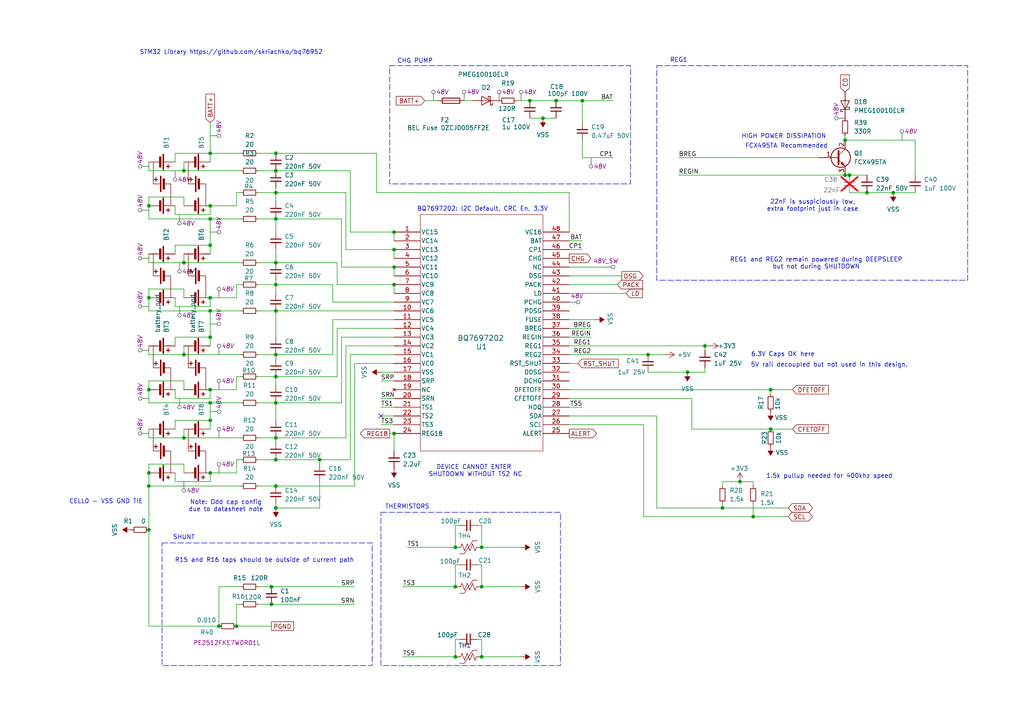
<source format=kicad_sch>
(kicad_sch (version 20231120) (generator "eeschema") (generator_version "8.0")
  (paper "A4")
  (title_block (title "Faraday Rescue BMS") (date "2025-01-18") (rev "2.0"))
  (junction (at 132.08 158.75))
  (junction (at 223.52 113.03))
  (junction (at 114.3 67.31))
  (junction (at 60.96 137.16))
  (junction (at 68.58 181.61))
  (junction (at 80.01 55.88))
  (junction (at 53.34 102.87))
  (junction (at 168.91 29.21))
  (junction (at 60.96 86.36))
  (junction (at 60.96 71.12))
  (junction (at 153.67 29.21))
  (junction (at 139.7 158.75))
  (junction (at 114.3 125.73))
  (junction (at 218.44 149.86))
  (junction (at 80.01 140.97))
  (junction (at 60.96 44.45))
  (junction (at 80.01 63.5))
  (junction (at 204.47 100.33))
  (junction (at 78.74 170.18))
  (junction (at 53.34 127))
  (junction (at 43.18 137.16))
  (junction (at 157.48 34.29))
  (junction (at 60.96 116.84))
  (junction (at 80.01 109.22))
  (junction (at 132.08 190.5))
  (junction (at 80.01 102.87))
  (junction (at 80.01 49.53))
  (junction (at 60.96 97.79))
  (junction (at 139.7 190.5))
  (junction (at 80.01 76.2))
  (junction (at 80.01 133.35))
  (junction (at 80.01 127))
  (junction (at 60.96 63.5))
  (junction (at 187.96 102.87))
  (junction (at 132.08 170.18))
  (junction (at 245.11 40.64))
  (junction (at 251.46 55.88))
  (junction (at 60.96 113.03))
  (junction (at 78.74 175.26))
  (junction (at 60.96 90.17))
  (junction (at 80.01 44.45))
  (junction (at 199.39 107.95))
  (junction (at 43.18 153.67))
  (junction (at 80.01 116.84))
  (junction (at 114.3 72.39))
  (junction (at 60.96 121.92))
  (junction (at 60.96 59.69))
  (junction (at 161.29 29.21))
  (junction (at 80.01 82.55))
  (junction (at 114.3 77.47))
  (junction (at 63.5 181.61))
  (junction (at 259.08 55.88))
  (junction (at 53.34 76.2))
  (junction (at 92.71 133.35))
  (junction (at 43.18 59.69))
  (junction (at 139.7 170.18))
  (junction (at 223.52 124.46))
  (junction (at 245.11 50.8))
  (junction (at 43.18 140.97))
  (junction (at 80.01 90.17))
  (junction (at 80.01 147.32))
  (junction (at 246.38 50.8))
  (junction (at 43.18 86.36))
  (junction (at 214.63 139.7))
  (junction (at 43.18 113.03))
  (junction (at 209.55 147.32))
  (junction (at 114.3 82.55))
  (junction (at 53.34 49.53))
  (no_connect (at 110.49 120.65))
  (wire (pts (xy 100.33 72.39) (xy 114.3 72.39)))
  (wire (pts (xy 43.18 113.03) (xy 43.18 116.84)))
  (wire (pts (xy 53.34 134.62) (xy 43.18 134.62)))
  (wire (pts (xy 110.49 123.19) (xy 114.3 123.19)))
  (wire (pts (xy 165.1 97.79) (xy 171.45 97.79)))
  (wire (pts (xy 179.07 82.55) (xy 165.1 82.55)))
  (wire (pts (xy 114.3 120.65) (xy 110.49 120.65)))
  (wire (pts (xy 53.34 124.46) (xy 53.34 127)))
  (wire (pts (xy 80.01 109.22) (xy 97.79 109.22)))
  (wire (pts (xy 80.01 127) (xy 80.01 128.27)))
  (wire (pts (xy 246.38 50.8) (xy 251.46 50.8)))
  (wire (pts (xy 43.18 100.33) (xy 43.18 102.87)))
  (wire (pts (xy 97.79 82.55) (xy 114.3 82.55)))
  (wire (pts (xy 80.01 116.84) (xy 74.93 116.84)))
  (wire (pts (xy 53.34 83.82) (xy 43.18 83.82)))
  (wire (pts (xy 245.11 40.64) (xy 265.43 40.64)))
  (wire (pts (xy 96.52 102.87) (xy 80.01 102.87)))
  (wire (pts (xy 80.01 63.5) (xy 80.01 67.31)))
  (wire (pts (xy 43.18 57.15) (xy 43.18 59.69)))
  (wire (pts (xy 139.7 170.18) (xy 139.7 163.83)))
  (wire (pts (xy 101.6 49.53) (xy 80.01 49.53)))
  (wire (pts (xy 204.47 100.33) (xy 204.47 101.6)))
  (wire (pts (xy 165.1 77.47) (xy 175.26 77.47)))
  (wire (pts (xy 214.63 139.7) (xy 218.44 139.7)))
  (wire (pts (xy 165.1 95.25) (xy 171.45 95.25)))
  (wire (pts (xy 133.35 185.42) (xy 132.08 185.42)))
  (wire (pts (xy 50.8 71.12) (xy 60.96 71.12)))
  (wire (pts (xy 265.43 40.64) (xy 265.43 50.8)))
  (wire (pts (xy 209.55 140.97) (xy 209.55 139.7)))
  (wire (pts (xy 218.44 149.86) (xy 228.6 149.86)))
  (wire (pts (xy 139.7 152.4) (xy 139.7 158.75)))
  (wire (pts (xy 50.8 113.03) (xy 50.8 115.57)))
  (wire (pts (xy 43.18 134.62) (xy 43.18 137.16)))
  (wire (pts (xy 101.6 67.31) (xy 114.3 67.31)))
  (wire (pts (xy 60.96 71.12) (xy 60.96 73.66)))
  (wire (pts (xy 43.18 86.36) (xy 43.18 90.17)))
  (wire (pts (xy 100.33 100.33) (xy 100.33 127)))
  (wire (pts (xy 99.06 97.79) (xy 99.06 116.84)))
  (wire (pts (xy 151.13 158.75) (xy 139.7 158.75)))
  (wire (pts (xy 80.01 49.53) (xy 74.93 49.53)))
  (wire (pts (xy 114.3 100.33) (xy 100.33 100.33)))
  (wire (pts (xy 110.49 118.11) (xy 114.3 118.11)))
  (wire (pts (xy 259.08 55.88) (xy 265.43 55.88)))
  (wire (pts (xy 74.93 170.18) (xy 78.74 170.18)))
  (wire (pts (xy 53.34 73.66) (xy 53.34 76.2)))
  (wire (pts (xy 223.52 113.03) (xy 229.87 113.03)))
  (wire (pts (xy 245.11 39.37) (xy 245.11 40.64)))
  (wire (pts (xy 74.93 175.26) (xy 78.74 175.26)))
  (wire (pts (xy 80.01 102.87) (xy 80.01 104.14)))
  (wire (pts (xy 50.8 86.36) (xy 50.8 88.9)))
  (wire (pts (xy 80.01 102.87) (xy 74.93 102.87)))
  (wire (pts (xy 80.01 90.17) (xy 80.01 97.79)))
  (wire (pts (xy 165.1 55.88) (xy 109.22 55.88)))
  (wire (pts (xy 246.38 55.88) (xy 251.46 55.88)))
  (wire (pts (xy 80.01 76.2) (xy 97.79 76.2)))
  (wire (pts (xy 43.18 59.69) (xy 43.18 63.5)))
  (wire (pts (xy 80.01 44.45) (xy 109.22 44.45)))
  (wire (pts (xy 53.34 127) (xy 69.85 127)))
  (wire (pts (xy 196.85 50.8) (xy 245.11 50.8)))
  (wire (pts (xy 132.08 163.83) (xy 132.08 170.18)))
  (wire (pts (xy 209.55 146.05) (xy 209.55 147.32)))
  (wire (pts (xy 50.8 121.92) (xy 60.96 121.92)))
  (wire (pts (xy 43.18 137.16) (xy 43.18 140.97)))
  (wire (pts (xy 114.3 97.79) (xy 99.06 97.79)))
  (wire (pts (xy 92.71 139.7) (xy 92.71 147.32)))
  (wire (pts (xy 200.66 115.57) (xy 165.1 115.57)))
  (wire (pts (xy 96.52 87.63) (xy 96.52 82.55)))
  (wire (pts (xy 251.46 55.88) (xy 259.08 55.88)))
  (wire (pts (xy 53.34 49.53) (xy 43.18 49.53)))
  (wire (pts (xy 218.44 146.05) (xy 218.44 149.86)))
  (wire (pts (xy 80.01 63.5) (xy 99.06 63.5)))
  (wire (pts (xy 96.52 82.55) (xy 80.01 82.55)))
  (wire (pts (xy 43.18 90.17) (xy 60.96 90.17)))
  (wire (pts (xy 68.58 82.55) (xy 69.85 82.55)))
  (wire (pts (xy 60.96 90.17) (xy 69.85 90.17)))
  (wire (pts (xy 168.91 45.72) (xy 177.8 45.72)))
  (wire (pts (xy 50.8 62.23) (xy 60.96 62.23)))
  (wire (pts (xy 68.58 181.61) (xy 78.74 181.61)))
  (wire (pts (xy 78.74 170.18) (xy 102.87 170.18)))
  (wire (pts (xy 168.91 29.21) (xy 177.8 29.21)))
  (wire (pts (xy 190.5 147.32) (xy 209.55 147.32)))
  (wire (pts (xy 200.66 124.46) (xy 223.52 124.46)))
  (wire (pts (xy 187.96 102.87) (xy 193.04 102.87)))
  (wire (pts (xy 196.85 45.72) (xy 237.49 45.72)))
  (wire (pts (xy 101.6 133.35) (xy 101.6 102.87)))
  (wire (pts (xy 165.1 100.33) (xy 204.47 100.33)))
  (wire (pts (xy 245.11 50.8) (xy 246.38 50.8)))
  (wire (pts (xy 68.58 109.22) (xy 68.58 113.03)))
  (wire (pts (xy 114.3 72.39) (xy 114.3 74.93)))
  (wire (pts (xy 80.01 82.55) (xy 80.01 85.09)))
  (wire (pts (xy 68.58 109.22) (xy 69.85 109.22)))
  (wire (pts (xy 60.96 116.84) (xy 69.85 116.84)))
  (wire (pts (xy 43.18 140.97) (xy 69.85 140.97)))
  (wire (pts (xy 60.96 90.17) (xy 60.96 97.79)))
  (wire (pts (xy 53.34 49.53) (xy 69.85 49.53)))
  (wire (pts (xy 180.34 80.01) (xy 165.1 80.01)))
  (wire (pts (xy 165.1 67.31) (xy 165.1 55.88)))
  (wire (pts (xy 53.34 102.87) (xy 43.18 102.87)))
  (wire (pts (xy 101.6 102.87) (xy 114.3 102.87)))
  (wire (pts (xy 53.34 76.2) (xy 69.85 76.2)))
  (wire (pts (xy 97.79 95.25) (xy 114.3 95.25)))
  (wire (pts (xy 114.3 87.63) (xy 96.52 87.63)))
  (wire (pts (xy 110.49 115.57) (xy 114.3 115.57)))
  (wire (pts (xy 74.93 63.5) (xy 80.01 63.5)))
  (wire (pts (xy 168.91 45.72) (xy 168.91 40.64)))
  (wire (pts (xy 50.8 124.46) (xy 50.8 121.92)))
  (wire (pts (xy 133.35 163.83) (xy 132.08 163.83)))
  (wire (pts (xy 43.18 153.67) (xy 43.18 181.61)))
  (wire (pts (xy 68.58 133.35) (xy 69.85 133.35)))
  (wire (pts (xy 100.33 72.39) (xy 100.33 55.88)))
  (wire (pts (xy 161.29 29.21) (xy 153.67 29.21)))
  (wire (pts (xy 100.33 55.88) (xy 80.01 55.88)))
  (wire (pts (xy 223.52 124.46) (xy 229.87 124.46)))
  (wire (pts (xy 60.96 44.45) (xy 69.85 44.45)))
  (wire (pts (xy 50.8 88.9) (xy 60.96 88.9)))
  (wire (pts (xy 92.71 147.32) (xy 80.01 147.32)))
  (wire (pts (xy 43.18 181.61) (xy 63.5 181.61)))
  (wire (pts (xy 78.74 175.26) (xy 102.87 175.26)))
  (wire (pts (xy 74.93 109.22) (xy 80.01 109.22)))
  (wire (pts (xy 80.01 140.97) (xy 74.93 140.97)))
  (wire (pts (xy 53.34 113.03) (xy 53.34 110.49)))
  (wire (pts (xy 99.06 77.47) (xy 99.06 63.5)))
  (wire (pts (xy 68.58 55.88) (xy 68.58 59.69)))
  (wire (pts (xy 92.71 133.35) (xy 101.6 133.35)))
  (wire (pts (xy 60.96 139.7) (xy 60.96 137.16)))
  (wire (pts (xy 80.01 44.45) (xy 74.93 44.45)))
  (wire (pts (xy 60.96 62.23) (xy 60.96 59.69)))
  (wire (pts (xy 53.34 57.15) (xy 43.18 57.15)))
  (wire (pts (xy 53.34 137.16) (xy 53.34 134.62)))
  (wire (pts (xy 43.18 124.46) (xy 43.18 127)))
  (wire (pts (xy 132.08 185.42) (xy 132.08 190.5)))
  (wire (pts (xy 114.3 125.73) (xy 114.3 130.81)))
  (wire (pts (xy 132.08 158.75) (xy 118.11 158.75)))
  (wire (pts (xy 68.58 113.03) (xy 60.96 113.03)))
  (wire (pts (xy 167.64 105.41) (xy 165.1 105.41)))
  (wire (pts (xy 97.79 82.55) (xy 97.79 76.2)))
  (wire (pts (xy 68.58 86.36) (xy 60.96 86.36)))
  (wire (pts (xy 100.33 127) (xy 80.01 127)))
  (wire (pts (xy 63.5 170.18) (xy 63.5 181.61)))
  (wire (pts (xy 74.93 90.17) (xy 80.01 90.17)))
  (wire (pts (xy 68.58 137.16) (xy 60.96 137.16)))
  (wire (pts (xy 187.96 107.95) (xy 199.39 107.95)))
  (wire (pts (xy 186.69 149.86) (xy 218.44 149.86)))
  (wire (pts (xy 60.96 116.84) (xy 60.96 121.92)))
  (wire (pts (xy 190.5 120.65) (xy 165.1 120.65)))
  (wire (pts (xy 186.69 149.86) (xy 186.69 123.19)))
  (wire (pts (xy 50.8 73.66) (xy 50.8 71.12)))
  (wire (pts (xy 168.91 118.11) (xy 165.1 118.11)))
  (wire (pts (xy 132.08 158.75) (xy 132.08 152.4)))
  (wire (pts (xy 223.52 113.03) (xy 223.52 114.3)))
  (wire (pts (xy 110.49 110.49) (xy 114.3 110.49)))
  (wire (pts (xy 68.58 175.26) (xy 68.58 181.61)))
  (wire (pts (xy 165.1 102.87) (xy 187.96 102.87)))
  (wire (pts (xy 80.01 127) (xy 74.93 127)))
  (wire (pts (xy 114.3 105.41) (xy 102.87 105.41)))
  (wire (pts (xy 204.47 107.95) (xy 204.47 106.68)))
  (wire (pts (xy 50.8 139.7) (xy 60.96 139.7)))
  (wire (pts (xy 80.01 72.39) (xy 80.01 76.2)))
  (wire (pts (xy 50.8 97.79) (xy 60.96 97.79)))
  (wire (pts (xy 114.3 82.55) (xy 114.3 85.09)))
  (wire (pts (xy 139.7 190.5) (xy 139.7 185.42)))
  (wire (pts (xy 114.3 92.71) (xy 96.52 92.71)))
  (wire (pts (xy 168.91 29.21) (xy 161.29 29.21)))
  (wire (pts (xy 80.01 82.55) (xy 74.93 82.55)))
  (wire (pts (xy 80.01 54.61) (xy 80.01 55.88)))
  (wire (pts (xy 50.8 59.69) (xy 50.8 62.23)))
  (wire (pts (xy 50.8 44.45) (xy 60.96 44.45)))
  (wire (pts (xy 53.34 127) (xy 43.18 127)))
  (wire (pts (xy 74.93 133.35) (xy 80.01 133.35)))
  (wire (pts (xy 139.7 190.5) (xy 151.13 190.5)))
  (wire (pts (xy 209.55 139.7) (xy 214.63 139.7)))
  (wire (pts (xy 134.62 29.21) (xy 137.16 29.21)))
  (wire (pts (xy 80.01 55.88) (xy 74.93 55.88)))
  (wire (pts (xy 190.5 147.32) (xy 190.5 120.65)))
  (wire (pts (xy 132.08 152.4) (xy 133.35 152.4)))
  (wire (pts (xy 172.72 92.71) (xy 165.1 92.71)))
  (wire (pts (xy 68.58 82.55) (xy 68.58 86.36)))
  (wire (pts (xy 80.01 147.32) (xy 80.01 146.05)))
  (wire (pts (xy 60.96 97.79) (xy 60.96 100.33)))
  (wire (pts (xy 60.96 44.45) (xy 60.96 46.99)))
  (wire (pts (xy 165.1 113.03) (xy 223.52 113.03)))
  (wire (pts (xy 149.86 29.21) (xy 153.67 29.21)))
  (wire (pts (xy 97.79 109.22) (xy 97.79 95.25)))
  (wire (pts (xy 209.55 147.32) (xy 228.6 147.32)))
  (wire (pts (xy 60.96 35.56) (xy 60.96 44.45)))
  (wire (pts (xy 60.96 121.92) (xy 60.96 124.46)))
  (wire (pts (xy 139.7 163.83) (xy 138.43 163.83)))
  (wire (pts (xy 123.19 29.21) (xy 127 29.21)))
  (wire (pts (xy 114.3 77.47) (xy 114.3 80.01)))
  (wire (pts (xy 80.01 81.28) (xy 80.01 82.55)))
  (wire (pts (xy 109.22 55.88) (xy 109.22 44.45)))
  (wire (pts (xy 53.34 110.49) (xy 43.18 110.49)))
  (wire (pts (xy 151.13 170.18) (xy 139.7 170.18)))
  (wire (pts (xy 200.66 124.46) (xy 200.66 115.57)))
  (wire (pts (xy 80.01 116.84) (xy 80.01 121.92)))
  (wire (pts (xy 157.48 34.29) (xy 153.67 34.29)))
  (wire (pts (xy 53.34 46.99) (xy 53.34 49.53)))
  (wire (pts (xy 132.08 170.18) (xy 116.84 170.18)))
  (wire (pts (xy 218.44 139.7) (xy 218.44 140.97)))
  (wire (pts (xy 99.06 116.84) (xy 80.01 116.84)))
  (wire (pts (xy 138.43 152.4) (xy 139.7 152.4)))
  (wire (pts (xy 43.18 63.5) (xy 60.96 63.5)))
  (wire (pts (xy 43.18 83.82) (xy 43.18 86.36)))
  (wire (pts (xy 50.8 137.16) (xy 50.8 139.7)))
  (wire (pts (xy 139.7 185.42) (xy 138.43 185.42)))
  (wire (pts (xy 53.34 86.36) (xy 53.34 83.82)))
  (wire (pts (xy 102.87 105.41) (xy 102.87 140.97)))
  (wire (pts (xy 63.5 170.18) (xy 69.85 170.18)))
  (wire (pts (xy 50.8 115.57) (xy 60.96 115.57)))
  (wire (pts (xy 116.84 190.5) (xy 132.08 190.5)))
  (wire (pts (xy 99.06 77.47) (xy 114.3 77.47)))
  (wire (pts (xy 96.52 92.71) (xy 96.52 102.87)))
  (wire (pts (xy 68.58 55.88) (xy 69.85 55.88)))
  (wire (pts (xy 69.85 175.26) (xy 68.58 175.26)))
  (wire (pts (xy 157.48 34.29) (xy 161.29 34.29)))
  (wire (pts (xy 168.91 72.39) (xy 165.1 72.39)))
  (wire (pts (xy 68.58 59.69) (xy 60.96 59.69)))
  (wire (pts (xy 50.8 46.99) (xy 50.8 44.45)))
  (wire (pts (xy 181.61 85.09) (xy 165.1 85.09)))
  (wire (pts (xy 68.58 133.35) (xy 68.58 137.16)))
  (wire (pts (xy 80.01 55.88) (xy 80.01 58.42)))
  (wire (pts (xy 53.34 59.69) (xy 53.34 57.15)))
  (wire (pts (xy 43.18 46.99) (xy 43.18 49.53)))
  (wire (pts (xy 60.96 115.57) (xy 60.96 113.03)))
  (wire (pts (xy 53.34 102.87) (xy 69.85 102.87)))
  (wire (pts (xy 74.93 76.2) (xy 80.01 76.2)))
  (wire (pts (xy 80.01 109.22) (xy 80.01 111.76)))
  (wire (pts (xy 80.01 90.17) (xy 114.3 90.17)))
  (wire (pts (xy 101.6 49.53) (xy 101.6 67.31)))
  (wire (pts (xy 43.18 110.49) (xy 43.18 113.03)))
  (wire (pts (xy 102.87 140.97) (xy 80.01 140.97)))
  (wire (pts (xy 80.01 133.35) (xy 92.71 133.35)))
  (wire (pts (xy 43.18 116.84) (xy 60.96 116.84)))
  (wire (pts (xy 114.3 67.31) (xy 114.3 69.85)))
  (wire (pts (xy 43.18 73.66) (xy 43.18 76.2)))
  (wire (pts (xy 53.34 76.2) (xy 43.18 76.2)))
  (wire (pts (xy 113.03 125.73) (xy 114.3 125.73)))
  (wire (pts (xy 204.47 107.95) (xy 199.39 107.95)))
  (wire (pts (xy 205.74 100.33) (xy 204.47 100.33)))
  (wire (pts (xy 92.71 133.35) (xy 92.71 134.62)))
  (wire (pts (xy 168.91 29.21) (xy 168.91 35.56)))
  (wire (pts (xy 186.69 123.19) (xy 165.1 123.19)))
  (wire (pts (xy 60.96 63.5) (xy 60.96 71.12)))
  (wire (pts (xy 43.18 140.97) (xy 43.18 153.67)))
  (wire (pts (xy 60.96 63.5) (xy 69.85 63.5)))
  (wire (pts (xy 168.91 69.85) (xy 165.1 69.85)))
  (wire (pts (xy 110.49 107.95) (xy 114.3 107.95)))
  (wire (pts (xy 50.8 100.33) (xy 50.8 97.79)))
  (wire (pts (xy 53.34 100.33) (xy 53.34 102.87)))
  (wire (pts (xy 60.96 88.9) (xy 60.96 86.36)))
  (rectangle (start 113.03 19.05) (end 182.88 53.34) (stroke (width 0) (type dash)))
  (rectangle (start 46.99 157.48) (end 107.95 193.04) (stroke (width 0) (type dash)))
  (rectangle (start 110.49 148.59) (end 162.56 193.04) (stroke (width 0) (type dash)))
  (rectangle (start 190.5 19.05) (end 280.67 81.28) (stroke (width 0) (type dash)))
  (text "BQ7697202: I2C Default, CRC En, 3.3V" (at 139.954 60.706 0) (effects (font (size 1.27 1.27))))
  (text "CELL0 - VSS GND TIE\n" (at 30.734 145.542 0) (effects (font (size 1.27 1.27))))
  (text "STM32 Library https://github.com/skriachko/bq76952" (at 67.056 15.24 0) (effects (font (size 1.27 1.27))))
  (text "REG1" (at 196.85 17.526 0) (effects (font (size 1.27 1.27))))
  (text "CHG PUMP\n" (at 120.396 17.78 0) (effects (font (size 1.27 1.27))))
  (text "5V rail decoupled but not used in this design." (at 240.538 105.918 0) (effects (font (size 1.27 1.27))))
  (text "R15 and R16 taps should be outside of current path" (at 76.708 162.56 0) (effects (font (size 1.27 1.27))))
  (text "Note: Odd cap config\ndue to datasheet note\n" (at 65.532 146.812 0) (effects (font (size 1.27 1.27))))
  (text "22nF is suspiciously low,\nextra footprint just in case" (at 235.712 59.69 0) (effects (font (size 1.27 1.27))))
  (text "REG1 and REG2 remain powered during DEEPSLEEP\nbut not during SHUTDOWN\n" (at 236.728 76.454 0) (effects (font (size 1.27 1.27))))
  (text "THERMISTORS" (at 118.11 147.066 0) (effects (font (size 1.27 1.27))))
  (text "SHUNT\n" (at 53.34 155.956 0) (effects (font (size 1.27 1.27))))
  (text "DEVICE CANNOT ENTER \nSHUTDOWN WITHOUT TS2 NC" (at 137.922 136.652 0) (effects (font (size 1.27 1.27))))
  (text "6.3V Caps OK here\n" (at 227.076 102.87 0) (effects (font (size 1.27 1.27))))
  (text "1.5k pullup needed for 400khz speed" (at 240.538 138.176 0) (effects (font (size 1.27 1.27))))
  (text "FCX495TA Recommended" (at 228.092 42.418 0) (effects (font (size 1.27 1.27))))
  (text "HIGH POWER DISSIPATION" (at 227.33 39.624 0) (effects (font (size 1.27 1.27))))
  (label "CP1" (at 168.91 72.39 180))
  (label "BAT" (at 168.91 69.85 180))
  (label "BAT" (at 177.8 29.21 180))
  (label "BREG" (at 171.45 95.25 180))
  (label "SRN" (at 110.49 115.57 0))
  (label "TS5" (at 168.91 118.11 180))
  (label "TS1" (at 118.11 158.75 0))
  (label "TS1" (at 110.49 118.11 0))
  (label "SRN" (at 102.87 175.26 180))
  (label "REG1" (at 171.45 100.33 180))
  (label "SRP" (at 102.87 170.18 180))
  (label "REG2" (at 171.45 102.87 180))
  (label "REGIN" (at 196.85 50.8 0))
  (label "SRP" (at 110.49 110.49 0))
  (label "TS5" (at 116.84 190.5 0))
  (label "TS3" (at 116.84 170.18 0))
  (label "BREG" (at 196.85 45.72 0))
  (label "TS3" (at 110.49 123.19 0))
  (label "REGIN" (at 171.45 97.79 180))
  (label "CP1" (at 177.8 45.72 180))
  (global_label "BATT+" (shape input) (at 60.96 35.56 90) (property "Intersheetrefs" "${INTERSHEET_REFS}" (effects (hide yes))))
  (global_label "DSG" (shape output) (at 180.34 80.01 0) (property "Intersheetrefs" "${INTERSHEET_REFS}" (effects (hide yes))))
  (global_label "CFETOFF" (shape input) (at 229.87 124.46 0) (property "Intersheetrefs" "${INTERSHEET_REFS}" (effects (hide yes))))
  (global_label "CHG" (shape output) (at 165.1 74.93 0) (property "Intersheetrefs" "${INTERSHEET_REFS}" (effects (hide yes))))
  (global_label "REG18" (shape output) (at 113.03 125.73 180) (property "Intersheetrefs" "${INTERSHEET_REFS}" (effects (hide yes))))
  (global_label "RST_SHUT" (shape input) (at 167.64 105.41 0) (property "Intersheetrefs" "${INTERSHEET_REFS}" (effects (hide yes))))
  (global_label "ALERT" (shape output) (at 165.1 125.73 0) (property "Intersheetrefs" "${INTERSHEET_REFS}" (effects (hide yes))))
  (global_label "BATT+" (shape input) (at 123.19 29.21 180) (property "Intersheetrefs" "${INTERSHEET_REFS}" (effects (hide yes))))
  (global_label "PACK" (shape input) (at 179.07 82.55 0) (property "Intersheetrefs" "${INTERSHEET_REFS}" (effects (hide yes))))
  (global_label "DFETOFF" (shape input) (at 229.87 113.03 0) (property "Intersheetrefs" "${INTERSHEET_REFS}" (effects (hide yes))))
  (global_label "SDA" (shape bidirectional) (at 228.6 147.32 0) (property "Intersheetrefs" "${INTERSHEET_REFS}" (effects (hide yes))))
  (global_label "LD" (shape input) (at 181.61 85.09 0) (property "Intersheetrefs" "${INTERSHEET_REFS}" (effects (hide yes))))
  (global_label "SCL" (shape bidirectional) (at 228.6 149.86 0) (property "Intersheetrefs" "${INTERSHEET_REFS}" (effects (hide yes))))
  (global_label "CD" (shape input) (at 245.11 26.67 90) (property "Intersheetrefs" "${INTERSHEET_REFS}" (effects (hide yes))))
  (global_label "PGND" (shape passive) (at 78.74 181.61 0) (property "Intersheetrefs" "${INTERSHEET_REFS}" (effects (hide yes))))
  (netclass_flag "" (length 2.54) (shape round) (at 261.62 40.64 0) (property "Netclass" "48V" (at 262.3185 38.1 0) (effects (font (italic yes)) (justify left))))
  (netclass_flag "" (length 2.54) (shape round) (at 63.5 102.87 0) (property "Netclass" "48V" (at 64.1985 100.33 0) (effects (font (italic yes)) (justify left))))
  (netclass_flag "" (length 2.54) (shape round) (at 245.11 34.29 90) (property "Netclass" "48V" (at 242.57 33.5915 90) (effects (font (italic yes)) (justify left))))
  (netclass_flag "" (length 2.54) (shape round) (at 43.18 88.9 90) (property "Netclass" "48V" (at 40.64 88.2015 90) (effects (font (italic yes)) (justify left))))
  (netclass_flag "" (length 2.54) (shape round) (at 43.18 115.57 90) (property "Netclass" "48V" (at 40.64 114.8715 90) (effects (font (italic yes)) (justify left))))
  (netclass_flag "" (length 2.54) (shape round) (at 60.96 119.38 270) (property "Netclass" "48V" (at 63.5 118.6815 90) (effects (font (italic yes)) (justify left))))
  (netclass_flag "" (length 2.54) (shape round) (at 63.5 86.36 0) (property "Netclass" "48V" (at 64.1985 83.82 0) (effects (font (italic yes)) (justify left))))
  (netclass_flag "" (length 2.54) (shape round) (at 53.34 139.7 180) (property "Netclass" "48V" (at 54.0385 142.24 0) (effects (font (italic yes)) (justify left))))
  (netclass_flag "" (length 2.54) (shape round) (at 43.18 60.96 90) (property "Netclass" "48V" (at 40.64 60.2615 90) (effects (font (italic yes)) (justify left))))
  (netclass_flag "" (length 2.54) (shape round) (at 52.07 76.2 180) (property "Netclass" "48V" (at 52.7685 78.74 0) (effects (font (italic yes)) (justify left))))
  (netclass_flag "" (length 2.54) (shape round) (at 52.07 88.9 180) (property "Netclass" "48V" (at 52.7685 91.44 0) (effects (font (italic yes)) (justify left))))
  (netclass_flag "" (length 2.54) (shape round) (at 52.07 62.23 180) (property "Netclass" "48V" (at 52.7685 64.77 0) (effects (font (italic yes)) (justify left))))
  (netclass_flag "" (length 2.54) (shape round) (at 60.96 67.31 270) (property "Netclass" "48V" (at 63.5 66.6115 90) (effects (font (italic yes)) (justify left))))
  (netclass_flag "" (length 2.54) (shape round) (at 60.96 93.98 270) (property "Netclass" "48V" (at 63.5 93.2815 90) (effects (font (italic yes)) (justify left))))
  (netclass_flag "" (length 2.54) (shape round) (at 43.18 101.6 90) (property "Netclass" "48V" (at 40.64 100.9015 90) (effects (font (italic yes)) (justify left))))
  (netclass_flag "" (length 2.54) (shape round) (at 43.18 74.93 90) (property "Netclass" "48V" (at 40.64 74.2315 90) (effects (font (italic yes)) (justify left))))
  (netclass_flag "" (length 2.54) (shape round) (at 50.8 49.53 180) (property "Netclass" "48V" (at 51.4985 52.07 0) (effects (font (italic yes)) (justify left))))
  (netclass_flag "" (length 2.54) (shape round) (at 52.07 115.57 180) (property "Netclass" "48V" (at 52.7685 118.11 0) (effects (font (italic yes)) (justify left))))
  (netclass_flag "" (length 2.54) (shape round) (at 134.62 29.21 0) (property "Netclass" "48V" (at 135.3185 26.67 0) (effects (font (italic yes)) (justify left))))
  (netclass_flag "" (length 2.54) (shape round) (at 171.45 45.72 180) (property "Netclass" "48V" (at 172.1485 48.26 0) (effects (font (italic yes)) (justify left))))
  (netclass_flag "" (length 2.54) (shape round) (at 63.5 137.16 0) (property "Netclass" "48V" (at 64.1985 134.62 0) (effects (font (italic yes)) (justify left))))
  (netclass_flag "" (length 2.54) (shape round) (at 43.18 125.73 90) (property "Netclass" "48V" (at 40.64 125.0315 90) (effects (font (italic yes)) (justify left))))
  (netclass_flag "" (length 2.54) (shape round) (at 63.5 127 0) (property "Netclass" "48V" (at 64.1985 124.46 0) (effects (font (italic yes)) (justify left))))
  (netclass_flag "" (length 2.54) (shape round) (at 60.96 39.37 270) (property "Netclass" "48V" (at 63.5 38.6715 90) (effects (font (italic yes)) (justify left))))
  (netclass_flag "" (length 2.54) (shape round) (at 63.5 113.03 0) (property "Netclass" "48V" (at 64.1985 110.49 0) (effects (font (italic yes)) (justify left))))
  (netclass_flag "" (length 2.54) (shape round) (at 165.1 87.63 270) (property "Netclass" "48V" (at 169.164 85.852 0) (effects (font (italic yes)) (justify right))))
  (netclass_flag "" (length 2.54) (shape round) (at 43.18 48.26 90) (property "Netclass" "48V" (at 40.64 47.5615 90) (effects (font (italic yes)) (justify left))))
  (netclass_flag "" (length 2.54) (shape round) (at 125.73 29.21 0) (property "Netclass" "48V" (at 126.4285 26.67 0) (effects (font (italic yes)) (justify left))))
  (netclass_flag "" (length 2.54) (shape round) (at 151.13 29.21 0) (property "Netclass" "48V" (at 151.8285 26.67 0) (effects (font (italic yes)) (justify left))))
  (netclass_flag "" (length 2.54) (shape round) (at 175.26 77.47 270) (property "Netclass" "48V_SW" (at 179.324 75.692 0) (effects (font (italic yes)) (justify right))))
  (netclass_flag "" (length 2.54) (shape round) (at 144.78 29.21 0) (property "Netclass" "48V" (at 145.4785 26.67 0) (effects (font (italic yes)) (justify left))))
  (symbol (lib_id "custom:R_Small") (at 72.39 102.87 90) (unit 1)
    (property "Reference" "R9" (at 72.39 97.79 90))
    (property "Value" "20" (at 72.39 100.33 90))
    (property "Footprint" "Resistor_SMD:R_1206_3216Metric" (effects (hide yes)))
    (property "Description" "Resistor, small symbol" (effects (hide yes)))
    (property "Part Number" "ESR18EZPF20R0" (effects (hide yes)))
  )
  (symbol (lib_id "Diode:PMEG10010ELR") (at 140.97 29.21 180) (unit 1)
    (property "Reference" "D2" (at 140.97 25.4 0))
    (property "Value" "PMEG10010ELR" (at 140.208 21.59 0))
    (property "Footprint" "Diode_SMD:Nexperia_CFP3_SOD-123W" (effects (hide yes)))
    (property "Datasheet" "https://assets.nexperia.com/documents/data-sheet/PMEG10010ELR.pdf" (effects (hide yes)))
    (property "Description" "100V, 1A low leakage current MEGA Schottky barrier rectifier, SOD-123W" (effects (hide yes)))
    (property "Part Number" "PMEG10010ELR-QX" (effects (hide yes)))
  )
  (symbol (lib_id "custom:R_Small") (at 72.39 82.55 90) (unit 1)
    (property "Reference" "R7" (at 72.136 80.772 90))
    (property "Value" "20" (at 72.39 78.74 90))
    (property "Footprint" "Resistor_SMD:R_1206_3216Metric" (effects (hide yes)))
    (property "Description" "Resistor, small symbol" (effects (hide yes)))
    (property "Part Number" "ESR18EZPF20R0" (effects (hide yes)))
  )
  (symbol (lib_id "2024-10-07_05-01-50:BQ76972PFBR") (at 114.3 67.31 0) (unit 1)
    (property "Reference" "U1" (at 139.7 100.584 0) (effects (font (size 1.524 1.524))))
    (property "Value" "BQ7697202" (at 139.446 98.044 0) (effects (font (size 1.524 1.524))))
    (property "Footprint" "pcb_battery:TQFP48_PFB_TEX" (effects (hide yes)))
    (property "Datasheet" "BQ76972PFBR" (effects (hide yes)))
    (property "Part Number" "BQ7697202PFBR" (effects (hide yes)))
  )
  (symbol (lib_id "custom:R_Small") (at 72.39 127 90) (unit 1)
    (property "Reference" "R12" (at 72.39 121.92 90))
    (property "Value" "20" (at 72.39 124.46 90))
    (property "Footprint" "Resistor_SMD:R_1206_3216Metric" (effects (hide yes)))
    (property "Description" "Resistor, small symbol" (effects (hide yes)))
    (property "Part Number" "ESR18EZPF20R0" (effects (hide yes)))
  )
  (symbol (lib_id "custom:C_Small") (at 135.89 152.4 270) (unit 1)
    (property "Reference" "C20" (at 140.716 151.13 90))
    (property "Value" "100pF" (at 130.81 151.13 90))
    (property "Footprint" "Capacitor_SMD:C_0402_1005Metric" (effects (hide yes)))
    (property "Description" "Unpolarized capacitor, small symbol" (effects (hide yes)))
    (property "Part Number" "CC0402KRX7R7BB104" (effects (hide yes)))
  )
  (symbol (lib_id "custom:R_Small") (at 72.39 44.45 90) (unit 1)
    (property "Reference" "R2" (at 72.39 39.37 90))
    (property "Value" "20" (at 72.39 41.91 90))
    (property "Footprint" "Resistor_SMD:R_1206_3216Metric" (effects (hide yes)))
    (property "Description" "Resistor, small symbol" (effects (hide yes)))
    (property "Part Number" "ESR18EZPF20R0" (effects (hide yes)))
  )
  (symbol (lib_id "power:VSS") (at 151.13 170.18 270) (unit 1)
    (property "Reference" "#PWR011" (effects (hide yes)))
    (property "Value" "VSS" (at 155.956 170.18 0))
    (property "Description" "Power symbol creates a global label with name \"VSS\"" (effects (hide yes)))
  )
  (symbol (lib_id "custom:C_Small") (at 80.01 60.96 0) (unit 1)
    (property "Reference" "C4" (at 82.55 59.6962 0) (effects (justify left)))
    (property "Value" "220nF 50V" (at 82.55 62.2362 0) (effects (justify left)))
    (property "Footprint" "Capacitor_SMD:C_0402_1005Metric" (effects (hide yes)))
    (property "Description" "Unpolarized capacitor, small symbol" (effects (hide yes)))
    (property "Part Number" "GRM155R61H224KE01W" (effects (hide yes)))
  )
  (symbol (lib_name "Battery_Cell_2") (lib_id "custom:Battery_Cell") (at 55.88 73.66 270) (unit 1)
    (property "Reference" "BT6" (at 58.4201 69.85 0) (effects (justify right)))
    (property "Value" "battery_pod" (effects (hide yes)))
    (property "Footprint" "pcb_battery:3S 18650 Group" (effects (hide yes)))
    (property "Description" "3S battery" (effects (hide yes)))
  )
  (symbol (lib_id "custom:R_Small") (at 223.52 127 180) (unit 1)
    (property "Reference" "R23" (at 221.742 127 90))
    (property "Value" "10k" (at 225.806 127 90))
    (property "Footprint" "Resistor_SMD:R_0402_1005Metric" (effects (hide yes)))
    (property "Description" "Resistor, small symbol" (effects (hide yes)))
    (property "Part Number" "RC0402JR-0710KL" (effects (hide yes)))
  )
  (symbol (lib_id "custom:R_Small") (at 223.52 116.84 180) (unit 1)
    (property "Reference" "R17" (at 220.726 116.84 90))
    (property "Value" "10k" (at 225.552 117.094 90))
    (property "Footprint" "Resistor_SMD:R_0402_1005Metric" (effects (hide yes)))
    (property "Description" "Resistor, small symbol" (effects (hide yes)))
    (property "Part Number" "RC0402JR-0710KL" (effects (hide yes)))
  )
  (symbol (lib_id "custom:C_Small") (at 251.46 53.34 180) (unit 1)
    (property "Reference" "C39" (at 254 52.0635 0) (effects (justify right)))
    (property "Value" "22nF 50V" (at 254 54.6035 0) (effects (justify right)))
    (property "Footprint" "Capacitor_SMD:C_0402_1005Metric" (effects (hide yes)))
    (property "Description" "Unpolarized capacitor, small symbol" (effects (hide yes)))
    (property "Part Number" "GRM155R71H223KA12D" (effects (hide yes)))
  )
  (symbol (lib_id "custom:C_Small") (at 80.01 69.85 0) (unit 1)
    (property "Reference" "C5" (at 82.55 68.5862 0) (effects (justify left)))
    (property "Value" "220nF 50V" (at 82.55 71.1262 0) (effects (justify left)))
    (property "Footprint" "Capacitor_SMD:C_0402_1005Metric" (effects (hide yes)))
    (property "Description" "Unpolarized capacitor, small symbol" (effects (hide yes)))
    (property "Part Number" "GRM155R61H224KE01W" (effects (hide yes)))
  )
  (symbol (lib_id "custom:R_Small") (at 66.04 181.61 90) (unit 1)
    (property "Reference" "R40" (at 61.976 183.388 90) (effects (justify left)))
    (property "Value" "0.010" (at 62.738 179.832 90) (effects (justify left)))
    (property "Footprint" "Resistor_SMD:R_2512_6332Metric" (effects (hide yes)))
    (property "Description" "Resistor, small symbol" (effects (hide yes)))
    (property "Part Number" "PE2512FKE7W0R01L" (at 65.786 186.436 90))
  )
  (symbol (lib_id "custom:C_Small") (at 168.91 38.1 180) (unit 1)
    (property "Reference" "C19" (at 171.45 36.8235 0) (effects (justify right)))
    (property "Value" "0.47uF 50V" (at 171.45 39.3635 0) (effects (justify right)))
    (property "Footprint" "Capacitor_SMD:C_0805_2012Metric" (effects (hide yes)))
    (property "Description" "Unpolarized capacitor, small symbol" (effects (hide yes)))
    (property "Part Number" "CC0805KKX7R0BB474" (effects (hide yes)))
  )
  (symbol (lib_id "custom:C_Small") (at 246.38 53.34 180) (unit 1) (dnp yes)
    (property "Reference" "C38" (at 239.014 52.07 0) (effects (justify right)))
    (property "Value" "22nF" (at 238.76 55.118 0) (effects (justify right)))
    (property "Footprint" "Capacitor_SMD:C_0402_1005Metric" (effects (hide yes)))
    (property "Description" "Unpolarized capacitor, small symbol" (effects (hide yes)))
    (property "Part Number" "GRM155R71H223KA12D" (effects (hide yes)))
  )
  (symbol (lib_id "power:VSS") (at 114.3 135.89 180) (unit 1)
    (property "Reference" "#PWR016" (effects (hide yes)))
    (property "Value" "VSS" (at 114.3 140.716 0))
    (property "Description" "Power symbol creates a global label with name \"VSS\"" (effects (hide yes)))
  )
  (symbol (lib_id "custom:R_Small") (at 72.39 55.88 90) (unit 1)
    (property "Reference" "R4" (at 72.136 54.102 90))
    (property "Value" "20" (at 72.39 52.324 90))
    (property "Footprint" "Resistor_SMD:R_1206_3216Metric" (effects (hide yes)))
    (property "Description" "Resistor, small symbol" (effects (hide yes)))
    (property "Part Number" "ESR18EZPF20R0" (effects (hide yes)))
  )
  (symbol (lib_name "Battery_Cell_2") (lib_id "custom:Battery_Cell") (at 45.72 46.99 270) (unit 1)
    (property "Reference" "BT1" (at 48.2601 43.18 0) (effects (justify right)))
    (property "Value" "battery_pod" (effects (hide yes)))
    (property "Footprint" "pcb_battery:3S 18650 Group" (effects (hide yes)))
    (property "Description" "3S battery" (effects (hide yes)))
  )
  (symbol (lib_id "custom:R_Small") (at 72.39 175.26 90) (unit 1)
    (property "Reference" "R16" (at 71.12 172.974 90) (effects (justify left)))
    (property "Value" "120R" (at 75.946 173.228 90) (effects (justify left)))
    (property "Footprint" "Resistor_SMD:R_0402_1005Metric" (effects (hide yes)))
    (property "Description" "Resistor, small symbol" (effects (hide yes)))
    (property "Part Number" "RC0402JR-07120RL" (effects (hide yes)))
  )
  (symbol (lib_id "power:VSS") (at 259.08 55.88 180) (unit 1)
    (property "Reference" "#PWR042" (effects (hide yes)))
    (property "Value" "VSS" (at 259.08 60.706 0))
    (property "Description" "Power symbol creates a global label with name \"VSS\"" (effects (hide yes)))
  )
  (symbol (lib_id "custom:R_Small") (at 72.39 90.17 90) (unit 1)
    (property "Reference" "R8" (at 72.39 85.09 90))
    (property "Value" "20" (at 72.39 87.63 90))
    (property "Footprint" "Resistor_SMD:R_1206_3216Metric" (effects (hide yes)))
    (property "Description" "Resistor, small symbol" (effects (hide yes)))
    (property "Part Number" "ESR18EZPF20R0" (effects (hide yes)))
  )
  (symbol (lib_id "custom:C_Small") (at 80.01 143.51 0) (unit 1)
    (property "Reference" "C14" (at 82.55 142.2462 0) (effects (justify left)))
    (property "Value" "220nF 50V" (at 82.55 144.7862 0) (effects (justify left)))
    (property "Footprint" "Capacitor_SMD:C_0402_1005Metric" (effects (hide yes)))
    (property "Description" "Unpolarized capacitor, small symbol" (effects (hide yes)))
    (property "Part Number" "GRM155R61H224KE01W" (effects (hide yes)))
  )
  (symbol (lib_id "custom:C_Small") (at 80.01 46.99 0) (unit 1)
    (property "Reference" "C2" (at 82.55 45.7262 0) (effects (justify left)))
    (property "Value" "220nF 50V" (at 82.55 48.2662 0) (effects (justify left)))
    (property "Footprint" "Capacitor_SMD:C_0402_1005Metric" (effects (hide yes)))
    (property "Description" "Unpolarized capacitor, small symbol" (effects (hide yes)))
    (property "Part Number" "GRM155R61H224KE01W" (effects (hide yes)))
  )
  (symbol (lib_id "custom:C_Small") (at 80.01 78.74 0) (unit 1)
    (property "Reference" "C6" (at 82.55 77.4762 0) (effects (justify left)))
    (property "Value" "220nF 50V" (at 82.55 80.0162 0) (effects (justify left)))
    (property "Footprint" "Capacitor_SMD:C_0402_1005Metric" (effects (hide yes)))
    (property "Description" "Unpolarized capacitor, small symbol" (effects (hide yes)))
    (property "Part Number" "GRM155R61H224KE01W" (effects (hide yes)))
  )
  (symbol (lib_id "power:VSS") (at 110.49 107.95 90) (unit 1)
    (property "Reference" "#PWR018" (effects (hide yes)))
    (property "Value" "VSS" (at 105.664 107.95 0))
    (property "Description" "Power symbol creates a global label with name \"VSS\"" (effects (hide yes)))
  )
  (symbol (lib_id "power:VSS") (at 38.1 153.67 90) (unit 1)
    (property "Reference" "#PWR041" (effects (hide yes)))
    (property "Value" "VSS" (at 33.274 153.67 0))
    (property "Description" "Power symbol creates a global label with name \"VSS\"" (effects (hide yes)))
  )
  (symbol (lib_id "power:VSS") (at 223.52 119.38 180) (unit 1)
    (property "Reference" "#PWR019" (effects (hide yes)))
    (property "Value" "VSS" (at 226.568 121.158 0))
    (property "Description" "Power symbol creates a global label with name \"VSS\"" (effects (hide yes)))
  )
  (symbol (lib_id "power:VSS") (at 151.13 158.75 270) (unit 1)
    (property "Reference" "#PWR010" (effects (hide yes)))
    (property "Value" "VSS" (at 155.956 158.75 0))
    (property "Description" "Power symbol creates a global label with name \"VSS\"" (effects (hide yes)))
  )
  (symbol (lib_id "custom:C_Small") (at 265.43 53.34 180) (unit 1)
    (property "Reference" "C40" (at 267.97 52.0635 0) (effects (justify right)))
    (property "Value" "1uF 100V" (at 267.97 54.6035 0) (effects (justify right)))
    (property "Footprint" "Capacitor_SMD:C_0805_2012Metric" (effects (hide yes)))
    (property "Description" "Unpolarized capacitor, small symbol" (effects (hide yes)))
    (property "Part Number" "CL21Y105KCYVPNE" (effects (hide yes)))
  )
  (symbol (lib_id "custom:R_Small") (at 72.39 63.5 90) (unit 1)
    (property "Reference" "R5" (at 72.39 58.42 90))
    (property "Value" "20" (at 72.39 60.96 90))
    (property "Footprint" "Resistor_SMD:R_1206_3216Metric" (effects (hide yes)))
    (property "Description" "Resistor, small symbol" (effects (hide yes)))
    (property "Part Number" "ESR18EZPF20R0" (effects (hide yes)))
  )
  (symbol (lib_id "custom:R_Small") (at 72.39 76.2 90) (unit 1)
    (property "Reference" "R6" (at 72.39 71.12 90))
    (property "Value" "20" (at 72.39 73.66 90))
    (property "Footprint" "Resistor_SMD:R_1206_3216Metric" (effects (hide yes)))
    (property "Description" "Resistor, small symbol" (effects (hide yes)))
    (property "Part Number" "ESR18EZPF20R0" (effects (hide yes)))
  )
  (symbol (lib_id "custom:C_Small") (at 80.01 87.63 0) (unit 1)
    (property "Reference" "C7" (at 82.55 86.3662 0) (effects (justify left)))
    (property "Value" "220nF 50V" (at 82.55 88.9062 0) (effects (justify left)))
    (property "Footprint" "Capacitor_SMD:C_0402_1005Metric" (effects (hide yes)))
    (property "Description" "Unpolarized capacitor, small symbol" (effects (hide yes)))
    (property "Part Number" "GRM155R61H224KE01W" (effects (hide yes)))
  )
  (symbol (lib_name "Battery_Cell_2") (lib_id "custom:Battery_Cell") (at 55.88 46.99 270) (unit 1)
    (property "Reference" "BT5" (at 58.4201 43.18 0) (effects (justify right)))
    (property "Value" "battery_pod" (effects (hide yes)))
    (property "Footprint" "pcb_battery:3S 18650 Group" (effects (hide yes)))
    (property "Description" "3S battery" (effects (hide yes)))
  )
  (symbol (lib_id "custom:C_Small") (at 204.47 104.14 180) (unit 1)
    (property "Reference" "C42" (at 207.01 102.8635 0) (effects (justify right)))
    (property "Value" "1uF 25V" (at 207.01 105.4035 0) (effects (justify right)))
    (property "Footprint" "Capacitor_SMD:C_0402_1005Metric" (effects (hide yes)))
    (property "Description" "Unpolarized capacitor, small symbol" (effects (hide yes)))
    (property "Part Number" "GRT155R61C105KE01D" (effects (hide yes)))
  )
  (symbol (lib_name "Battery_Cell_2") (lib_id "custom:Battery_Cell") (at 45.72 73.66 270) (unit 1)
    (property "Reference" "BT2" (at 48.2601 69.85 0) (effects (justify right)))
    (property "Value" "battery_pod" (effects (hide yes)))
    (property "Footprint" "pcb_battery:3S 18650 Group" (effects (hide yes)))
    (property "Description" "3S battery" (effects (hide yes)))
  )
  (symbol (lib_id "power:VSS") (at 199.39 107.95 180) (unit 1)
    (property "Reference" "#PWR045" (effects (hide yes)))
    (property "Value" "VSS" (at 199.39 112.776 0))
    (property "Description" "Power symbol creates a global label with name \"VSS\"" (effects (hide yes)))
  )
  (symbol (lib_id "custom:R_Small") (at 72.39 140.97 90) (unit 1)
    (property "Reference" "R14" (at 72.39 135.89 90))
    (property "Value" "20" (at 72.39 138.43 90))
    (property "Footprint" "Resistor_SMD:R_1206_3216Metric" (effects (hide yes)))
    (property "Description" "Resistor, small symbol" (effects (hide yes)))
    (property "Part Number" "ESR18EZPF20R0" (effects (hide yes)))
  )
  (symbol (lib_id "custom:R_Small") (at 72.39 170.18 270) (unit 1)
    (property "Reference" "R15" (at 67.564 167.64 90) (effects (justify left)))
    (property "Value" "120R" (at 72.644 167.64 90) (effects (justify left)))
    (property "Footprint" "Resistor_SMD:R_0402_1005Metric" (effects (hide yes)))
    (property "Description" "Resistor, small symbol" (effects (hide yes)))
    (property "Part Number" "RC0402JR-07120RL" (effects (hide yes)))
  )
  (symbol (lib_id "power:+3V3") (at 214.63 139.7 0) (unit 1)
    (property "Reference" "#PWR08" (effects (hide yes)))
    (property "Value" "+3V3" (at 214.376 135.89 0))
    (property "Description" "Power symbol creates a global label with name \"+3V3\"" (effects (hide yes)))
  )
  (symbol (lib_id "custom:R_Small") (at 72.39 133.35 90) (unit 1)
    (property "Reference" "R13" (at 72.136 131.572 90))
    (property "Value" "20" (at 72.39 129.54 90))
    (property "Footprint" "Resistor_SMD:R_1206_3216Metric" (effects (hide yes)))
    (property "Description" "Resistor, small symbol" (effects (hide yes)))
    (property "Part Number" "ESR18EZPF20R0" (effects (hide yes)))
  )
  (symbol (lib_id "custom:C_Small") (at 92.71 137.16 0) (unit 1)
    (property "Reference" "C16" (at 95.25 135.8962 0) (effects (justify left)))
    (property "Value" "220nF 50V" (at 95.25 138.4362 0) (effects (justify left)))
    (property "Footprint" "Capacitor_SMD:C_0402_1005Metric" (effects (hide yes)))
    (property "Description" "Unpolarized capacitor, small symbol" (effects (hide yes)))
    (property "Part Number" "GRM155R61H224KE01W" (effects (hide yes)))
  )
  (symbol (lib_id "power:VSS") (at 151.13 190.5 270) (unit 1)
    (property "Reference" "#PWR013" (effects (hide yes)))
    (property "Value" "VSS" (at 155.956 190.5 0))
    (property "Description" "Power symbol creates a global label with name \"VSS\"" (effects (hide yes)))
  )
  (symbol (lib_id "custom:C_Small") (at 153.67 31.75 180) (unit 1)
    (property "Reference" "C17" (at 145.542 34.798 0) (effects (justify right)))
    (property "Value" "1u 100V" (at 145.542 36.83 0) (effects (justify right)))
    (property "Footprint" "Capacitor_SMD:C_0805_2012Metric" (effects (hide yes)))
    (property "Description" "Unpolarized capacitor, small symbol" (effects (hide yes)))
    (property "Part Number" "CL21Y105KCYVPNE" (effects (hide yes)))
  )
  (symbol (lib_id "custom:C_Small") (at 78.74 172.72 180) (unit 1)
    (property "Reference" "C1" (at 81.28 171.4435 0) (effects (justify right)))
    (property "Value" "100nF" (at 81.28 173.9835 0) (effects (justify right)))
    (property "Footprint" "Capacitor_SMD:C_0402_1005Metric" (effects (hide yes)))
    (property "Description" "Unpolarized capacitor, small symbol" (effects (hide yes)))
    (property "Part Number" "CC0402KRX7R7BB104" (effects (hide yes)))
  )
  (symbol (lib_id "custom:C_Small") (at 80.01 124.46 0) (unit 1)
    (property "Reference" "C11" (at 82.55 123.1962 0) (effects (justify left)))
    (property "Value" "220nF 50V" (at 82.55 125.7362 0) (effects (justify left)))
    (property "Footprint" "Capacitor_SMD:C_0402_1005Metric" (effects (hide yes)))
    (property "Description" "Unpolarized capacitor, small symbol" (effects (hide yes)))
    (property "Part Number" "GRM155R61H224KE01W" (effects (hide yes)))
  )
  (symbol (lib_id "power:+5V") (at 193.04 102.87 270) (unit 1)
    (property "Reference" "#PWR043" (effects (hide yes)))
    (property "Value" "+5V" (at 196.342 102.87 90) (effects (justify left)))
    (property "Description" "Power symbol creates a global label with name \"+5V\"" (effects (hide yes)))
  )
  (symbol (lib_id "power:VSS") (at 157.48 34.29 180) (unit 1)
    (property "Reference" "#PWR05" (effects (hide yes)))
    (property "Value" "VSS" (at 157.48 39.116 0))
    (property "Description" "Power symbol creates a global label with name \"VSS\"" (effects (hide yes)))
  )
  (symbol (lib_id "custom:Fuse") (at 130.81 29.21 90) (unit 1)
    (property "Reference" "F2" (at 129.032 34.798 90))
    (property "Value" "BEL Fuse 0ZCJ0005FF2E" (at 130.048 37.084 90))
    (property "Footprint" "Fuse:Fuse_1206_3216Metric" (effects (hide yes)))
    (property "Description" "Fuse" (effects (hide yes)))
    (property "Part Number" "0ZCJ0005FF2E" (effects (hide yes)))
  )
  (symbol (lib_id "power:VSS") (at 80.01 147.32 180) (unit 1)
    (property "Reference" "#PWR03" (effects (hide yes)))
    (property "Value" "VSS" (at 80.01 152.146 0))
    (property "Description" "Power symbol creates a global label with name \"VSS\"" (effects (hide yes)))
  )
  (symbol (lib_id "custom:C_Small") (at 80.01 100.33 0) (unit 1)
    (property "Reference" "C8" (at 82.55 99.0662 0) (effects (justify left)))
    (property "Value" "220nF 50V" (at 82.55 101.6062 0) (effects (justify left)))
    (property "Footprint" "Capacitor_SMD:C_0402_1005Metric" (effects (hide yes)))
    (property "Description" "Unpolarized capacitor, small symbol" (effects (hide yes)))
    (property "Part Number" "GRM155R61H224KE01W" (effects (hide yes)))
  )
  (symbol (lib_id "Transistor_BJT:BCX56") (at 242.57 45.72 0) (unit 1)
    (property "Reference" "Q1" (at 247.65 44.4499 0) (effects (justify left)))
    (property "Value" "FCX495TA" (at 247.65 46.9899 0) (effects (justify left)))
    (property "Footprint" "Package_TO_SOT_SMD:SOT-89-3" (effects (hide yes)))
    (property "Datasheet" "https://www.nxp.com/docs/en/data-sheet/BCP56_BCX56_BC56PA.pdf" (effects (hide yes)))
    (property "Description" "1A Ic, 80V Vce, NPN Medium Power Transistor, SOT-89" (effects (hide yes)))
    (property "Part Number" "FCX495TA" (effects (hide yes)))
  )
  (symbol (lib_id "custom:C_Small") (at 80.01 52.07 0) (unit 1)
    (property "Reference" "C3" (at 82.55 50.8062 0) (effects (justify left)))
    (property "Value" "220nF 50V" (at 82.55 53.3462 0) (effects (justify left)))
    (property "Footprint" "Capacitor_SMD:C_0402_1005Metric" (effects (hide yes)))
    (property "Description" "Unpolarized capacitor, small symbol" (effects (hide yes)))
    (property "Part Number" "GRM155R61H224KE01W" (effects (hide yes)))
  )
  (symbol (lib_id "custom:R_Small") (at 218.44 143.51 180) (unit 1)
    (property "Reference" "R21" (at 220.472 143.256 0) (effects (justify right)))
    (property "Value" "1.5k" (at 220.472 145.796 0) (effects (justify right)))
    (property "Footprint" "Resistor_SMD:R_0402_1005Metric" (effects (hide yes)))
    (property "Description" "Resistor, small symbol" (effects (hide yes)))
    (property "Part Number" "RC0402JR-0710KL" (effects (hide yes)))
  )
  (symbol (lib_id "power:+3V3") (at 205.74 100.33 270) (unit 1)
    (property "Reference" "#PWR046" (effects (hide yes)))
    (property "Value" "+3V3" (at 210.82 100.33 90))
    (property "Description" "Power symbol creates a global label with name \"+3V3\"" (effects (hide yes)))
  )
  (symbol (lib_id "custom:C_Small") (at 80.01 106.68 0) (unit 1)
    (property "Reference" "C9" (at 82.55 105.4162 0) (effects (justify left)))
    (property "Value" "220nF 50V" (at 82.55 107.9562 0) (effects (justify left)))
    (property "Footprint" "Capacitor_SMD:C_0402_1005Metric" (effects (hide yes)))
    (property "Description" "Unpolarized capacitor, small symbol" (effects (hide yes)))
    (property "Part Number" "GRM155R61H224KE01W" (effects (hide yes)))
  )
  (symbol (lib_id "custom:R_Small") (at 147.32 29.21 90) (unit 1)
    (property "Reference" "R19" (at 147.32 24.13 90))
    (property "Value" "120R" (at 147.066 31.496 90))
    (property "Footprint" "Resistor_SMD:R_1206_3216Metric" (effects (hide yes)))
    (property "Description" "Resistor, small symbol" (effects (hide yes)))
    (property "Part Number" "RC0402JR-07120RL" (effects (hide yes)))
  )
  (symbol (lib_id "Diode:PMEG10010ELR") (at 245.11 30.48 90) (unit 1)
    (property "Reference" "D18" (at 247.65 29.5274 90) (effects (justify right)))
    (property "Value" "PMEG10010ELR" (at 247.65 32.0674 90) (effects (justify right)))
    (property "Footprint" "Diode_SMD:Nexperia_CFP3_SOD-123W" (effects (hide yes)))
    (property "Datasheet" "https://assets.nexperia.com/documents/data-sheet/PMEG10010ELR.pdf" (effects (hide yes)))
    (property "Description" "100V, 1A low leakage current MEGA Schottky barrier rectifier, SOD-123W" (effects (hide yes)))
    (property "Part Number" "PMEG10010ELR-QX" (effects (hide yes)))
  )
  (symbol (lib_id "custom:C_Small") (at 187.96 105.41 180) (unit 1)
    (property "Reference" "C41" (at 181.61 104.648 0) (effects (justify right)))
    (property "Value" "1uF 25V" (at 179.07 107.95 0) (effects (justify right)))
    (property "Footprint" "Capacitor_SMD:C_0402_1005Metric" (effects (hide yes)))
    (property "Description" "Unpolarized capacitor, small symbol" (effects (hide yes)))
    (property "Part Number" "GRT155R61C105KE01D" (effects (hide yes)))
  )
  (symbol (lib_id "custom:C_Small") (at 161.29 31.75 180) (unit 1)
    (property "Reference" "C18" (at 159.512 25.146 0) (effects (justify right)))
    (property "Value" "100pF 100V" (at 158.75 27.178 0) (effects (justify right)))
    (property "Footprint" "Capacitor_SMD:C_0805_2012Metric" (effects (hide yes)))
    (property "Description" "Unpolarized capacitor, small symbol" (effects (hide yes)))
    (property "Part Number" "CL21C101JC61PNC" (effects (hide yes)))
  )
  (symbol (lib_id "Device:Thermistor_US") (at 135.89 158.75 90) (unit 1)
    (property "Reference" "TH4" (at 136.652 155.448 90) (effects (justify left)))
    (property "Value" "Thermistor_US" (effects (hide yes)))
    (property "Footprint" "Resistor_SMD:R_0402_1005Metric" (effects (hide yes)))
    (property "Description" "Thermistor, temperature dependent resistor, US symbol" (effects (hide yes)))
    (property "Part Number" "CMFX 103F3435" (effects (hide yes)))
  )
  (symbol (lib_id "custom:R_Small") (at 245.11 36.83 0) (unit 1)
    (property "Reference" "R39" (at 247.65 35.5599 0) (effects (justify left)))
    (property "Value" "330R" (at 247.65 38.0999 0) (effects (justify left)))
    (property "Footprint" "Resistor_SMD:R_1206_3216Metric" (effects (hide yes)))
    (property "Description" "Resistor, small symbol" (effects (hide yes)))
    (property "Part Number" "RC0402FR-07330RL" (effects (hide yes)))
  )
  (symbol (lib_name "Battery_Cell_2") (lib_id "custom:Battery_Cell") (at 55.88 100.33 270) (unit 1)
    (property "Reference" "BT7" (at 58.4201 96.52 0) (effects (justify right)))
    (property "Value" "battery_pod" (at 55.8801 96.52 0) (effects (justify right)))
    (property "Footprint" "pcb_battery:3S 18650 Group" (effects (hide yes)))
    (property "Description" "3S battery" (effects (hide yes)))
  )
  (symbol (lib_name "Battery_Cell_2") (lib_id "custom:Battery_Cell") (at 55.88 124.46 270) (unit 1)
    (property "Reference" "BT8" (at 58.4201 120.65 0) (effects (justify right)))
    (property "Value" "battery_pod" (effects (hide yes)))
    (property "Footprint" "pcb_battery:3S 18650 Group" (effects (hide yes)))
    (property "Description" "3S battery" (effects (hide yes)))
  )
  (symbol (lib_id "custom:C_Small") (at 80.01 114.3 0) (unit 1)
    (property "Reference" "C10" (at 82.55 113.0362 0) (effects (justify left)))
    (property "Value" "220nF 50V" (at 82.55 115.5762 0) (effects (justify left)))
    (property "Footprint" "Capacitor_SMD:C_0402_1005Metric" (effects (hide yes)))
    (property "Description" "Unpolarized capacitor, small symbol" (effects (hide yes)))
    (property "Part Number" "GRM155R61H224KE01W" (effects (hide yes)))
  )
  (symbol (lib_id "custom:R_Small") (at 209.55 143.51 180) (unit 1)
    (property "Reference" "R20" (at 211.582 142.24 0) (effects (justify right)))
    (property "Value" "1.5k" (at 211.582 144.78 0) (effects (justify right)))
    (property "Footprint" "Resistor_SMD:R_0402_1005Metric" (effects (hide yes)))
    (property "Description" "Resistor, small symbol" (effects (hide yes)))
    (property "Part Number" "RC0402JR-0710KL" (effects (hide yes)))
  )
  (symbol (lib_id "custom:C_Small") (at 135.89 185.42 270) (unit 1)
    (property "Reference" "C28" (at 140.462 184.15 90))
    (property "Value" "100pF" (at 129.794 184.15 90))
    (property "Footprint" "Capacitor_SMD:C_0402_1005Metric" (effects (hide yes)))
    (property "Description" "Unpolarized capacitor, small symbol" (effects (hide yes)))
    (property "Part Number" "CC0402KRX7R7BB104" (effects (hide yes)))
  )
  (symbol (lib_id "custom:C_Small") (at 114.3 133.35 180) (unit 1)
    (property "Reference" "C23" (at 116.84 132.0735 0) (effects (justify right)))
    (property "Value" "2.2uF" (at 116.84 134.6135 0) (effects (justify right)))
    (property "Footprint" "Capacitor_SMD:C_0402_1005Metric" (effects (hide yes)))
    (property "Description" "Unpolarized capacitor, small symbol" (effects (hide yes)))
    (property "Part Number" "CC0402KRX5R7BB225" (effects (hide yes)))
  )
  (symbol (lib_id "custom:R_Small") (at 40.64 153.67 270) (unit 1)
    (property "Reference" "R1" (at 35.814 151.13 90) (effects (justify left)))
    (property "Value" "0" (at 40.894 151.13 90) (effects (justify left)))
    (property "Footprint" "Resistor_SMD:R_0402_1005Metric" (effects (hide yes)))
    (property "Description" "Resistor, small symbol" (effects (hide yes)))
    (property "Part Number" "RC0402JR-07120RL" (effects (hide yes)))
  )
  (symbol (lib_name "Battery_Cell_2") (lib_id "custom:Battery_Cell") (at 45.72 124.46 270) (unit 1)
    (property "Reference" "BT4" (at 48.2601 120.65 0) (effects (justify right)))
    (property "Value" "battery_pod" (effects (hide yes)))
    (property "Footprint" "pcb_battery:3S 18650 Group" (effects (hide yes)))
    (property "Description" "3S battery" (effects (hide yes)))
  )
  (symbol (lib_id "Device:Thermistor_US") (at 135.89 170.18 90) (unit 1)
    (property "Reference" "TH2" (at 136.652 166.878 90) (effects (justify left)))
    (property "Value" "Thermistor_US" (effects (hide yes)))
    (property "Footprint" "Resistor_SMD:R_0402_1005Metric" (effects (hide yes)))
    (property "Description" "Thermistor, temperature dependent resistor, US symbol" (effects (hide yes)))
    (property "Part Number" "NT04104F3435B1F" (effects (hide yes)))
  )
  (symbol (lib_id "custom:R_Small") (at 72.39 116.84 90) (unit 1)
    (property "Reference" "R11" (at 72.39 111.76 90))
    (property "Value" "20" (at 72.39 114.3 90))
    (property "Footprint" "Resistor_SMD:R_1206_3216Metric" (effects (hide yes)))
    (property "Description" "Resistor, small symbol" (effects (hide yes)))
    (property "Part Number" "ESR18EZPF20R0" (effects (hide yes)))
  )
  (symbol (lib_name "Battery_Cell_2") (lib_id "custom:Battery_Cell") (at 45.72 100.33 270) (unit 1)
    (property "Reference" "BT3" (at 48.2601 96.52 0) (effects (justify right)))
    (property "Value" "battery_pod" (at 45.7201 96.52 0) (effects (justify right)))
    (property "Footprint" "pcb_battery:3S 18650 Group" (effects (hide yes)))
    (property "Description" "3S battery" (effects (hide yes)))
  )
  (symbol (lib_id "Device:Thermistor_US") (at 135.89 190.5 90) (unit 1)
    (property "Reference" "TH1" (at 136.652 187.198 90) (effects (justify left)))
    (property "Value" "Thermistor_US" (effects (hide yes)))
    (property "Footprint" "Resistor_SMD:R_0402_1005Metric" (effects (hide yes)))
    (property "Description" "Thermistor, temperature dependent resistor, US symbol" (effects (hide yes)))
    (property "Part Number" "NT04104F3435B1F" (effects (hide yes)))
  )
  (symbol (lib_id "custom:R_Small") (at 72.39 49.53 90) (unit 1)
    (property "Reference" "R3" (at 72.39 44.45 90))
    (property "Value" "20" (at 72.39 46.99 90))
    (property "Footprint" "Resistor_SMD:R_1206_3216Metric" (effects (hide yes)))
    (property "Description" "Resistor, small symbol" (effects (hide yes)))
    (property "Part Number" "ESR18EZPF20R0" (effects (hide yes)))
  )
  (symbol (lib_id "power:VSS") (at 223.52 129.54 180) (unit 1)
    (property "Reference" "#PWR07" (effects (hide yes)))
    (property "Value" "VSS" (at 226.822 131.318 0))
    (property "Description" "Power symbol creates a global label with name \"VSS\"" (effects (hide yes)))
  )
  (symbol (lib_id "custom:C_Small") (at 135.89 163.83 270) (unit 1)
    (property "Reference" "C21" (at 140.716 162.56 90))
    (property "Value" "100pF" (at 130.556 162.814 90))
    (property "Footprint" "Capacitor_SMD:C_0402_1005Metric" (effects (hide yes)))
    (property "Description" "Unpolarized capacitor, small symbol" (effects (hide yes)))
    (property "Part Number" "CC0402KRX7R7BB104" (effects (hide yes)))
  )
  (symbol (lib_id "custom:R_Small") (at 72.39 109.22 90) (unit 1)
    (property "Reference" "R10" (at 72.136 107.442 90))
    (property "Value" "20" (at 72.39 105.41 90))
    (property "Footprint" "Resistor_SMD:R_1206_3216Metric" (effects (hide yes)))
    (property "Description" "Resistor, small symbol" (effects (hide yes)))
    (property "Part Number" "ESR18EZPF20R0" (effects (hide yes)))
  )
  (symbol (lib_id "custom:C_Small") (at 80.01 130.81 0) (unit 1)
    (property "Reference" "C12" (at 82.55 129.5462 0) (effects (justify left)))
    (property "Value" "220nF 50V" (at 82.55 132.0862 0) (effects (justify left)))
    (property "Footprint" "Capacitor_SMD:C_0402_1005Metric" (effects (hide yes)))
    (property "Description" "Unpolarized capacitor, small symbol" (effects (hide yes)))
    (property "Part Number" "GRM155R61H224KE01W" (effects (hide yes)))
  )
  (symbol (lib_id "power:VSS") (at 172.72 92.71 270) (unit 1)
    (property "Reference" "#PWR017" (effects (hide yes)))
    (property "Value" "VSS" (at 177.038 92.456 0))
    (property "Description" "Power symbol creates a global label with name \"VSS\"" (effects (hide yes)))
  )
)
</source>
